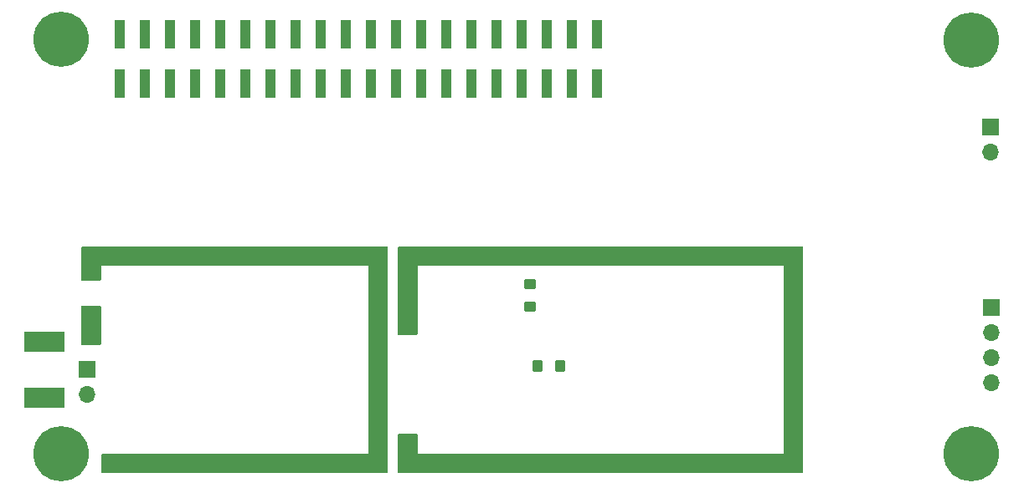
<source format=gbr>
%TF.GenerationSoftware,KiCad,Pcbnew,6.0.2+dfsg-1*%
%TF.CreationDate,2024-02-19T13:29:31+02:00*%
%TF.ProjectId,qsd_with_si5351_and_rp2040,7173645f-7769-4746-985f-736935333531,rev?*%
%TF.SameCoordinates,Original*%
%TF.FileFunction,Soldermask,Bot*%
%TF.FilePolarity,Negative*%
%FSLAX46Y46*%
G04 Gerber Fmt 4.6, Leading zero omitted, Abs format (unit mm)*
G04 Created by KiCad (PCBNEW 6.0.2+dfsg-1) date 2024-02-19 13:29:31*
%MOMM*%
%LPD*%
G01*
G04 APERTURE LIST*
G04 Aperture macros list*
%AMRoundRect*
0 Rectangle with rounded corners*
0 $1 Rounding radius*
0 $2 $3 $4 $5 $6 $7 $8 $9 X,Y pos of 4 corners*
0 Add a 4 corners polygon primitive as box body*
4,1,4,$2,$3,$4,$5,$6,$7,$8,$9,$2,$3,0*
0 Add four circle primitives for the rounded corners*
1,1,$1+$1,$2,$3*
1,1,$1+$1,$4,$5*
1,1,$1+$1,$6,$7*
1,1,$1+$1,$8,$9*
0 Add four rect primitives between the rounded corners*
20,1,$1+$1,$2,$3,$4,$5,0*
20,1,$1+$1,$4,$5,$6,$7,0*
20,1,$1+$1,$6,$7,$8,$9,0*
20,1,$1+$1,$8,$9,$2,$3,0*%
G04 Aperture macros list end*
%ADD10R,1.700000X1.700000*%
%ADD11O,1.700000X1.700000*%
%ADD12C,5.600000*%
%ADD13C,3.600000*%
%ADD14R,4.100000X2.000000*%
%ADD15RoundRect,0.250000X0.275000X0.350000X-0.275000X0.350000X-0.275000X-0.350000X0.275000X-0.350000X0*%
%ADD16R,1.000000X3.000000*%
%ADD17RoundRect,0.250000X0.350000X-0.275000X0.350000X0.275000X-0.350000X0.275000X-0.350000X-0.275000X0*%
G04 APERTURE END LIST*
D10*
%TO.C,J3*%
X123000000Y-54200000D03*
D11*
X123000000Y-56740000D03*
X123000000Y-59280000D03*
X123000000Y-61820000D03*
%TD*%
D10*
%TO.C,J2*%
X31600000Y-60500000D03*
D11*
X31600000Y-63040000D03*
%TD*%
D10*
%TO.C,J201*%
X122975000Y-35900000D03*
D11*
X122975000Y-38440000D03*
%TD*%
D12*
%TO.C,H2*%
X121000000Y-27100000D03*
D13*
X121000000Y-27100000D03*
%TD*%
D12*
%TO.C,H4*%
X29000000Y-27000000D03*
D13*
X29000000Y-27000000D03*
%TD*%
D12*
%TO.C,H1*%
X29000000Y-69000000D03*
D13*
X29000000Y-69000000D03*
%TD*%
%TO.C,H3*%
X121000000Y-69000000D03*
D12*
X121000000Y-69000000D03*
%TD*%
D14*
%TO.C,J1*%
X27295000Y-57700000D03*
X27295000Y-63300000D03*
%TD*%
D15*
%TO.C,FB5*%
X79450000Y-60100000D03*
X77150000Y-60100000D03*
%TD*%
D16*
%TO.C,J101*%
X34870000Y-31520000D03*
X34870000Y-26480000D03*
X37410000Y-31520000D03*
X37410000Y-26480000D03*
X39950000Y-31520000D03*
X39950000Y-26480000D03*
X42490000Y-31520000D03*
X42490000Y-26480000D03*
X45030000Y-31520000D03*
X45030000Y-26480000D03*
X47570000Y-31520000D03*
X47570000Y-26480000D03*
X50110000Y-31520000D03*
X50110000Y-26480000D03*
X52650000Y-31520000D03*
X52650000Y-26480000D03*
X55190000Y-31520000D03*
X55190000Y-26480000D03*
X57730000Y-31520000D03*
X57730000Y-26480000D03*
X60270000Y-31520000D03*
X60270000Y-26480000D03*
X62810000Y-31520000D03*
X62810000Y-26480000D03*
X65350000Y-31520000D03*
X65350000Y-26480000D03*
X67890000Y-31520000D03*
X67890000Y-26480000D03*
X70430000Y-31520000D03*
X70430000Y-26480000D03*
X72970000Y-31520000D03*
X72970000Y-26480000D03*
X75510000Y-31520000D03*
X75510000Y-26480000D03*
X78050000Y-31520000D03*
X78050000Y-26480000D03*
X80590000Y-31520000D03*
X80590000Y-26480000D03*
X83130000Y-31520000D03*
X83130000Y-26480000D03*
%TD*%
D17*
%TO.C,FB4*%
X76350000Y-54150000D03*
X76350000Y-51850000D03*
%TD*%
G36*
X61942121Y-48020002D02*
G01*
X61988614Y-48073658D01*
X62000000Y-48126000D01*
X62000000Y-70874000D01*
X61979998Y-70942121D01*
X61926342Y-70988614D01*
X61874000Y-71000000D01*
X33126000Y-71000000D01*
X33057879Y-70979998D01*
X33011386Y-70926342D01*
X33000000Y-70874000D01*
X33000000Y-69126000D01*
X33020002Y-69057879D01*
X33073658Y-69011386D01*
X33126000Y-69000000D01*
X59981885Y-69000000D01*
X59997124Y-68995525D01*
X59998329Y-68994135D01*
X60000000Y-68986452D01*
X60000000Y-50018115D01*
X59995525Y-50002876D01*
X59994135Y-50001671D01*
X59986452Y-50000000D01*
X33018115Y-50000000D01*
X33002876Y-50004475D01*
X33001671Y-50005865D01*
X33000000Y-50013548D01*
X33000000Y-51374000D01*
X32979998Y-51442121D01*
X32926342Y-51488614D01*
X32874000Y-51500000D01*
X31126000Y-51500000D01*
X31057879Y-51479998D01*
X31011386Y-51426342D01*
X31000000Y-51374000D01*
X31000000Y-48126000D01*
X31020002Y-48057879D01*
X31073658Y-48011386D01*
X31126000Y-48000000D01*
X61874000Y-48000000D01*
X61942121Y-48020002D01*
G37*
G36*
X103942121Y-48020002D02*
G01*
X103988614Y-48073658D01*
X104000000Y-48126000D01*
X104000000Y-70874000D01*
X103979998Y-70942121D01*
X103926342Y-70988614D01*
X103874000Y-71000000D01*
X63126000Y-71000000D01*
X63057879Y-70979998D01*
X63011386Y-70926342D01*
X63000000Y-70874000D01*
X63000000Y-67126000D01*
X63020002Y-67057879D01*
X63073658Y-67011386D01*
X63126000Y-67000000D01*
X64874000Y-67000000D01*
X64942121Y-67020002D01*
X64988614Y-67073658D01*
X65000000Y-67126000D01*
X65000000Y-68981885D01*
X65004475Y-68997124D01*
X65005865Y-68998329D01*
X65013548Y-69000000D01*
X101981885Y-69000000D01*
X101997124Y-68995525D01*
X101998329Y-68994135D01*
X102000000Y-68986452D01*
X102000000Y-50018115D01*
X101995525Y-50002876D01*
X101994135Y-50001671D01*
X101986452Y-50000000D01*
X65018115Y-50000000D01*
X65002876Y-50004475D01*
X65001671Y-50005865D01*
X65000000Y-50013548D01*
X65000000Y-56874000D01*
X64979998Y-56942121D01*
X64926342Y-56988614D01*
X64874000Y-57000000D01*
X63126000Y-57000000D01*
X63057879Y-56979998D01*
X63011386Y-56926342D01*
X63000000Y-56874000D01*
X63000000Y-48126000D01*
X63020002Y-48057879D01*
X63073658Y-48011386D01*
X63126000Y-48000000D01*
X103874000Y-48000000D01*
X103942121Y-48020002D01*
G37*
G36*
X32942121Y-54020002D02*
G01*
X32988614Y-54073658D01*
X33000000Y-54126000D01*
X33000000Y-57874000D01*
X32979998Y-57942121D01*
X32926342Y-57988614D01*
X32874000Y-58000000D01*
X31126000Y-58000000D01*
X31057879Y-57979998D01*
X31011386Y-57926342D01*
X31000000Y-57874000D01*
X31000000Y-54126000D01*
X31020002Y-54057879D01*
X31073658Y-54011386D01*
X31126000Y-54000000D01*
X32874000Y-54000000D01*
X32942121Y-54020002D01*
G37*
M02*

</source>
